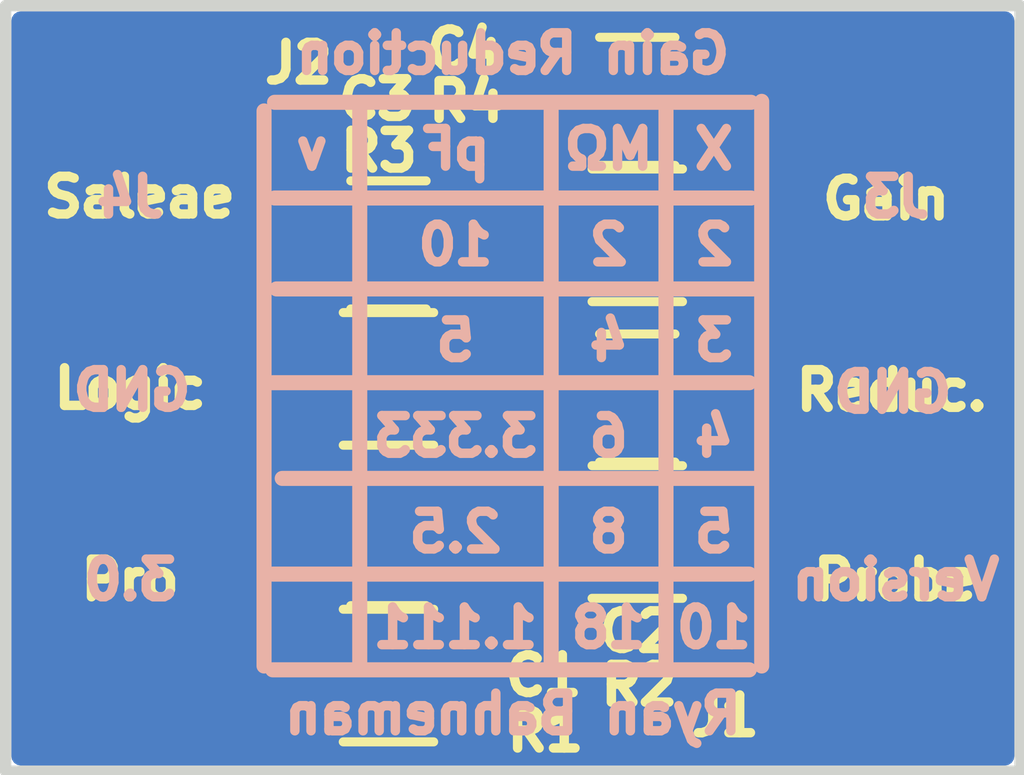
<source format=kicad_pcb>
(kicad_pcb (version 4) (host pcbnew 4.0.7)

  (general
    (links 23)
    (no_connects 0)
    (area 64.440999 78.283999 78.053001 88.594001)
    (thickness 1.6)
    (drawings 47)
    (tracks 47)
    (zones 0)
    (modules 12)
    (nets 11)
  )

  (page A4)
  (layers
    (0 F.Cu signal)
    (31 B.Cu signal)
    (32 B.Adhes user)
    (33 F.Adhes user)
    (34 B.Paste user)
    (35 F.Paste user)
    (36 B.SilkS user)
    (37 F.SilkS user)
    (38 B.Mask user)
    (39 F.Mask user)
    (40 Dwgs.User user)
    (41 Cmts.User user)
    (42 Eco1.User user)
    (43 Eco2.User user)
    (44 Edge.Cuts user)
    (45 Margin user)
    (46 B.CrtYd user)
    (47 F.CrtYd user)
    (48 B.Fab user)
    (49 F.Fab user)
  )

  (setup
    (last_trace_width 0.25)
    (trace_clearance 0.2)
    (zone_clearance 0)
    (zone_45_only yes)
    (trace_min 0.2)
    (segment_width 0.2)
    (edge_width 0.15)
    (via_size 0.6)
    (via_drill 0.4)
    (via_min_size 0.4)
    (via_min_drill 0.3)
    (uvia_size 0.3)
    (uvia_drill 0.1)
    (uvias_allowed no)
    (uvia_min_size 0.2)
    (uvia_min_drill 0.1)
    (pcb_text_width 0.3)
    (pcb_text_size 1.5 1.5)
    (mod_edge_width 0.15)
    (mod_text_size 1 1)
    (mod_text_width 0.15)
    (pad_size 1.524 1.524)
    (pad_drill 0.762)
    (pad_to_mask_clearance 0.2)
    (aux_axis_origin 0 0)
    (visible_elements FFFFFFFF)
    (pcbplotparams
      (layerselection 0x00030_80000001)
      (usegerberextensions false)
      (excludeedgelayer true)
      (linewidth 0.100000)
      (plotframeref false)
      (viasonmask false)
      (mode 1)
      (useauxorigin false)
      (hpglpennumber 1)
      (hpglpenspeed 20)
      (hpglpendiameter 15)
      (hpglpenoverlay 2)
      (psnegative false)
      (psa4output false)
      (plotreference true)
      (plotvalue true)
      (plotinvisibletext false)
      (padsonsilk false)
      (subtractmaskfromsilk false)
      (outputformat 1)
      (mirror false)
      (drillshape 1)
      (scaleselection 1)
      (outputdirectory ""))
  )

  (net 0 "")
  (net 1 "Net-(C1-Pad1)")
  (net 2 "Net-(C1-Pad2)")
  (net 3 "Net-(C2-Pad1)")
  (net 4 "Net-(C3-Pad1)")
  (net 5 "Net-(C4-Pad1)")
  (net 6 "Net-(C2-Pad2)")
  (net 7 "Net-(C3-Pad2)")
  (net 8 "Net-(C4-Pad2)")
  (net 9 /Ground)
  (net 10 "Net-(J3-Pad1)")

  (net_class Default "This is the default net class."
    (clearance 0.2)
    (trace_width 0.25)
    (via_dia 0.6)
    (via_drill 0.4)
    (uvia_dia 0.3)
    (uvia_drill 0.1)
    (add_net "Net-(C1-Pad1)")
    (add_net "Net-(C1-Pad2)")
    (add_net "Net-(C2-Pad1)")
    (add_net "Net-(C2-Pad2)")
    (add_net "Net-(C3-Pad1)")
    (add_net "Net-(C3-Pad2)")
    (add_net "Net-(C4-Pad1)")
    (add_net "Net-(C4-Pad2)")
    (add_net "Net-(J3-Pad1)")
  )

  (module sandwhich:Conn_01x04_Sandwhich_Small (layer B.Cu) (tedit 5ABE3D78) (tstamp 5ABE2060)
    (at 76.327 79.629)
    (path /5A25839D)
    (fp_text reference J3 (at 0 1.27) (layer B.SilkS)
      (effects (font (size 0.5 0.5) (thickness 0.125)) (justify mirror))
    )
    (fp_text value Conn_01x04_Male_Sandwhich (at 0 -3.81) (layer B.Fab) hide
      (effects (font (size 1 1) (thickness 0.15)) (justify mirror))
    )
    (pad 1 smd rect (at 0 0) (size 3 1.2) (layers B.Cu B.Paste B.Mask)
      (net 10 "Net-(J3-Pad1)"))
    (pad 2 smd rect (at 0 2.54) (size 3 1.2) (layers B.Cu B.Paste B.Mask)
      (net 10 "Net-(J3-Pad1)"))
    (pad 3 smd rect (at 0 5.08) (size 3 1.2) (layers B.Cu B.Paste B.Mask)
      (net 10 "Net-(J3-Pad1)"))
    (pad 4 smd rect (at 0 7.62) (size 3 1.2) (layers B.Cu B.Paste B.Mask)
      (net 10 "Net-(J3-Pad1)"))
  )

  (module Capacitors_SMD:C_0805 (layer F.Cu) (tedit 5ABE32CE) (tstamp 59BAF6DF)
    (at 69.596 85.471 180)
    (descr "Capacitor SMD 0805, reflow soldering, AVX (see smccp.pdf)")
    (tags "capacitor 0805")
    (path /59BB016A)
    (attr smd)
    (fp_text reference C1 (at -2.0574 -1.778 180) (layer F.SilkS)
      (effects (font (size 0.5 0.5) (thickness 0.125)))
    )
    (fp_text value 10p (at 0 0 450) (layer F.Fab)
      (effects (font (size 0.5 0.5) (thickness 0.125)))
    )
    (fp_text user %R (at -2.0574 -1.778 180) (layer F.Fab)
      (effects (font (size 0.5 0.5) (thickness 0.125)))
    )
    (fp_line (start -1 0.62) (end -1 -0.62) (layer F.Fab) (width 0.1))
    (fp_line (start 1 0.62) (end -1 0.62) (layer F.Fab) (width 0.1))
    (fp_line (start 1 -0.62) (end 1 0.62) (layer F.Fab) (width 0.1))
    (fp_line (start -1 -0.62) (end 1 -0.62) (layer F.Fab) (width 0.1))
    (fp_line (start 0.5 -0.85) (end -0.5 -0.85) (layer F.SilkS) (width 0.12))
    (fp_line (start -0.5 0.85) (end 0.5 0.85) (layer F.SilkS) (width 0.12))
    (fp_line (start -1.75 -0.88) (end 1.75 -0.88) (layer F.CrtYd) (width 0.05))
    (fp_line (start -1.75 -0.88) (end -1.75 0.87) (layer F.CrtYd) (width 0.05))
    (fp_line (start 1.75 0.87) (end 1.75 -0.88) (layer F.CrtYd) (width 0.05))
    (fp_line (start 1.75 0.87) (end -1.75 0.87) (layer F.CrtYd) (width 0.05))
    (pad 1 smd rect (at -1 0 180) (size 1 1.25) (layers F.Cu F.Paste F.Mask)
      (net 1 "Net-(C1-Pad1)"))
    (pad 2 smd rect (at 1 0 180) (size 1 1.25) (layers F.Cu F.Paste F.Mask)
      (net 2 "Net-(C1-Pad2)"))
    (model Capacitors_SMD.3dshapes/C_0805.wrl
      (at (xyz 0 0 0))
      (scale (xyz 1 1 1))
      (rotate (xyz 0 0 0))
    )
  )

  (module Resistors_SMD:R_0805 (layer F.Cu) (tedit 5ABE32B9) (tstamp 59BAF7D5)
    (at 69.596 87.249)
    (descr "Resistor SMD 0805, reflow soldering, Vishay (see dcrcw.pdf)")
    (tags "resistor 0805")
    (path /59BB0211)
    (attr smd)
    (fp_text reference R1 (at 2.0828 0.7366) (layer F.SilkS)
      (effects (font (size 0.5 0.5) (thickness 0.125)))
    )
    (fp_text value 2M (at 0 0 270) (layer F.Fab)
      (effects (font (size 0.5 0.5) (thickness 0.125)))
    )
    (fp_text user %R (at 2.0828 0.7366) (layer F.Fab)
      (effects (font (size 0.5 0.5) (thickness 0.075)))
    )
    (fp_line (start -1 0.62) (end -1 -0.62) (layer F.Fab) (width 0.1))
    (fp_line (start 1 0.62) (end -1 0.62) (layer F.Fab) (width 0.1))
    (fp_line (start 1 -0.62) (end 1 0.62) (layer F.Fab) (width 0.1))
    (fp_line (start -1 -0.62) (end 1 -0.62) (layer F.Fab) (width 0.1))
    (fp_line (start 0.6 0.88) (end -0.6 0.88) (layer F.SilkS) (width 0.12))
    (fp_line (start -0.6 -0.88) (end 0.6 -0.88) (layer F.SilkS) (width 0.12))
    (fp_line (start -1.55 -0.9) (end 1.55 -0.9) (layer F.CrtYd) (width 0.05))
    (fp_line (start -1.55 -0.9) (end -1.55 0.9) (layer F.CrtYd) (width 0.05))
    (fp_line (start 1.55 0.9) (end 1.55 -0.9) (layer F.CrtYd) (width 0.05))
    (fp_line (start 1.55 0.9) (end -1.55 0.9) (layer F.CrtYd) (width 0.05))
    (pad 1 smd rect (at -0.95 0) (size 0.7 1.3) (layers F.Cu F.Paste F.Mask)
      (net 2 "Net-(C1-Pad2)"))
    (pad 2 smd rect (at 0.95 0) (size 0.7 1.3) (layers F.Cu F.Paste F.Mask)
      (net 1 "Net-(C1-Pad1)"))
    (model ${KISYS3DMOD}/Resistors_SMD.3dshapes/R_0805.wrl
      (at (xyz 0 0 0))
      (scale (xyz 1 1 1))
      (rotate (xyz 0 0 0))
    )
  )

  (module Capacitors_SMD:C_0805 (layer F.Cu) (tedit 5ABE32F1) (tstamp 59BAF6F0)
    (at 72.898 83.566 180)
    (descr "Capacitor SMD 0805, reflow soldering, AVX (see smccp.pdf)")
    (tags "capacitor 0805")
    (path /59BB0135)
    (attr smd)
    (fp_text reference C2 (at 0 -3.0988 180) (layer F.SilkS)
      (effects (font (size 0.5 0.5) (thickness 0.125)))
    )
    (fp_text value 10p (at 0 0 450) (layer F.Fab)
      (effects (font (size 0.5 0.5) (thickness 0.125)))
    )
    (fp_text user %R (at 0 -3.0988 180) (layer F.Fab)
      (effects (font (size 0.5 0.5) (thickness 0.125)))
    )
    (fp_line (start -1 0.62) (end -1 -0.62) (layer F.Fab) (width 0.1))
    (fp_line (start 1 0.62) (end -1 0.62) (layer F.Fab) (width 0.1))
    (fp_line (start 1 -0.62) (end 1 0.62) (layer F.Fab) (width 0.1))
    (fp_line (start -1 -0.62) (end 1 -0.62) (layer F.Fab) (width 0.1))
    (fp_line (start 0.5 -0.85) (end -0.5 -0.85) (layer F.SilkS) (width 0.12))
    (fp_line (start -0.5 0.85) (end 0.5 0.85) (layer F.SilkS) (width 0.12))
    (fp_line (start -1.75 -0.88) (end 1.75 -0.88) (layer F.CrtYd) (width 0.05))
    (fp_line (start -1.75 -0.88) (end -1.75 0.87) (layer F.CrtYd) (width 0.05))
    (fp_line (start 1.75 0.87) (end 1.75 -0.88) (layer F.CrtYd) (width 0.05))
    (fp_line (start 1.75 0.87) (end -1.75 0.87) (layer F.CrtYd) (width 0.05))
    (pad 1 smd rect (at -1 0 180) (size 1 1.25) (layers F.Cu F.Paste F.Mask)
      (net 3 "Net-(C2-Pad1)"))
    (pad 2 smd rect (at 1 0 180) (size 1 1.25) (layers F.Cu F.Paste F.Mask)
      (net 6 "Net-(C2-Pad2)"))
    (model Capacitors_SMD.3dshapes/C_0805.wrl
      (at (xyz 0 0 0))
      (scale (xyz 1 1 1))
      (rotate (xyz 0 0 0))
    )
  )

  (module Capacitors_SMD:C_0805 (layer F.Cu) (tedit 5ABE3282) (tstamp 59BAF701)
    (at 69.596 81.534 180)
    (descr "Capacitor SMD 0805, reflow soldering, AVX (see smccp.pdf)")
    (tags "capacitor 0805")
    (path /59BB0106)
    (attr smd)
    (fp_text reference C3 (at 0.1524 1.9304 180) (layer F.SilkS)
      (effects (font (size 0.5 0.5) (thickness 0.125)))
    )
    (fp_text value 10p (at 0 0 450) (layer F.Fab)
      (effects (font (size 0.5 0.5) (thickness 0.125)))
    )
    (fp_text user %R (at 0.1524 1.9304 180) (layer F.Fab)
      (effects (font (size 0.5 0.5) (thickness 0.125)))
    )
    (fp_line (start -1 0.62) (end -1 -0.62) (layer F.Fab) (width 0.1))
    (fp_line (start 1 0.62) (end -1 0.62) (layer F.Fab) (width 0.1))
    (fp_line (start 1 -0.62) (end 1 0.62) (layer F.Fab) (width 0.1))
    (fp_line (start -1 -0.62) (end 1 -0.62) (layer F.Fab) (width 0.1))
    (fp_line (start 0.5 -0.85) (end -0.5 -0.85) (layer F.SilkS) (width 0.12))
    (fp_line (start -0.5 0.85) (end 0.5 0.85) (layer F.SilkS) (width 0.12))
    (fp_line (start -1.75 -0.88) (end 1.75 -0.88) (layer F.CrtYd) (width 0.05))
    (fp_line (start -1.75 -0.88) (end -1.75 0.87) (layer F.CrtYd) (width 0.05))
    (fp_line (start 1.75 0.87) (end 1.75 -0.88) (layer F.CrtYd) (width 0.05))
    (fp_line (start 1.75 0.87) (end -1.75 0.87) (layer F.CrtYd) (width 0.05))
    (pad 1 smd rect (at -1 0 180) (size 1 1.25) (layers F.Cu F.Paste F.Mask)
      (net 4 "Net-(C3-Pad1)"))
    (pad 2 smd rect (at 1 0 180) (size 1 1.25) (layers F.Cu F.Paste F.Mask)
      (net 7 "Net-(C3-Pad2)"))
    (model Capacitors_SMD.3dshapes/C_0805.wrl
      (at (xyz 0 0 0))
      (scale (xyz 1 1 1))
      (rotate (xyz 0 0 0))
    )
  )

  (module Capacitors_SMD:C_0805 (layer F.Cu) (tedit 5ABE322F) (tstamp 59BAF712)
    (at 72.898 79.629 180)
    (descr "Capacitor SMD 0805, reflow soldering, AVX (see smccp.pdf)")
    (tags "capacitor 0805")
    (path /59BAFFDC)
    (attr smd)
    (fp_text reference C4 (at 2.286 0.6858 180) (layer F.SilkS)
      (effects (font (size 0.5 0.5) (thickness 0.125)))
    )
    (fp_text value 10p (at 0 0 450) (layer F.Fab)
      (effects (font (size 0.5 0.5) (thickness 0.125)))
    )
    (fp_text user %R (at 2.286 0.6858 180) (layer F.Fab)
      (effects (font (size 0.5 0.5) (thickness 0.125)))
    )
    (fp_line (start -1 0.62) (end -1 -0.62) (layer F.Fab) (width 0.1))
    (fp_line (start 1 0.62) (end -1 0.62) (layer F.Fab) (width 0.1))
    (fp_line (start 1 -0.62) (end 1 0.62) (layer F.Fab) (width 0.1))
    (fp_line (start -1 -0.62) (end 1 -0.62) (layer F.Fab) (width 0.1))
    (fp_line (start 0.5 -0.85) (end -0.5 -0.85) (layer F.SilkS) (width 0.12))
    (fp_line (start -0.5 0.85) (end 0.5 0.85) (layer F.SilkS) (width 0.12))
    (fp_line (start -1.75 -0.88) (end 1.75 -0.88) (layer F.CrtYd) (width 0.05))
    (fp_line (start -1.75 -0.88) (end -1.75 0.87) (layer F.CrtYd) (width 0.05))
    (fp_line (start 1.75 0.87) (end 1.75 -0.88) (layer F.CrtYd) (width 0.05))
    (fp_line (start 1.75 0.87) (end -1.75 0.87) (layer F.CrtYd) (width 0.05))
    (pad 1 smd rect (at -1 0 180) (size 1 1.25) (layers F.Cu F.Paste F.Mask)
      (net 5 "Net-(C4-Pad1)"))
    (pad 2 smd rect (at 1 0 180) (size 1 1.25) (layers F.Cu F.Paste F.Mask)
      (net 8 "Net-(C4-Pad2)"))
    (model Capacitors_SMD.3dshapes/C_0805.wrl
      (at (xyz 0 0 0))
      (scale (xyz 1 1 1))
      (rotate (xyz 0 0 0))
    )
  )

  (module Resistors_SMD:R_0805 (layer F.Cu) (tedit 5ABE4198) (tstamp 59BAF7E6)
    (at 72.898 85.344)
    (descr "Resistor SMD 0805, reflow soldering, Vishay (see dcrcw.pdf)")
    (tags "resistor 0805")
    (path /59BB01E1)
    (attr smd)
    (fp_text reference R2 (at 0.0254 2.032) (layer F.SilkS)
      (effects (font (size 0.5 0.5) (thickness 0.125)))
    )
    (fp_text value 2M (at 0 0 270) (layer F.Fab)
      (effects (font (size 0.5 0.5) (thickness 0.125)))
    )
    (fp_text user %R (at 0.0254 2.032) (layer F.Fab)
      (effects (font (size 0.5 0.5) (thickness 0.075)))
    )
    (fp_line (start -1 0.62) (end -1 -0.62) (layer F.Fab) (width 0.1))
    (fp_line (start 1 0.62) (end -1 0.62) (layer F.Fab) (width 0.1))
    (fp_line (start 1 -0.62) (end 1 0.62) (layer F.Fab) (width 0.1))
    (fp_line (start -1 -0.62) (end 1 -0.62) (layer F.Fab) (width 0.1))
    (fp_line (start 0.6 0.88) (end -0.6 0.88) (layer F.SilkS) (width 0.12))
    (fp_line (start -0.6 -0.88) (end 0.6 -0.88) (layer F.SilkS) (width 0.12))
    (fp_line (start -1.55 -0.9) (end 1.55 -0.9) (layer F.CrtYd) (width 0.05))
    (fp_line (start -1.55 -0.9) (end -1.55 0.9) (layer F.CrtYd) (width 0.05))
    (fp_line (start 1.55 0.9) (end 1.55 -0.9) (layer F.CrtYd) (width 0.05))
    (fp_line (start 1.55 0.9) (end -1.55 0.9) (layer F.CrtYd) (width 0.05))
    (pad 1 smd rect (at -0.95 0) (size 0.7 1.3) (layers F.Cu F.Paste F.Mask)
      (net 6 "Net-(C2-Pad2)"))
    (pad 2 smd rect (at 0.95 0) (size 0.7 1.3) (layers F.Cu F.Paste F.Mask)
      (net 3 "Net-(C2-Pad1)"))
    (model ${KISYS3DMOD}/Resistors_SMD.3dshapes/R_0805.wrl
      (at (xyz 0 0 0))
      (scale (xyz 1 1 1))
      (rotate (xyz 0 0 0))
    )
  )

  (module Resistors_SMD:R_0805 (layer F.Cu) (tedit 5ABE3286) (tstamp 59BAF7F7)
    (at 69.596 83.312)
    (descr "Resistor SMD 0805, reflow soldering, Vishay (see dcrcw.pdf)")
    (tags "resistor 0805")
    (path /59BB01A9)
    (attr smd)
    (fp_text reference R3 (at -0.127 -3.0226) (layer F.SilkS)
      (effects (font (size 0.5 0.5) (thickness 0.125)))
    )
    (fp_text value 2M (at 0 0 270) (layer F.Fab)
      (effects (font (size 0.5 0.5) (thickness 0.125)))
    )
    (fp_text user %R (at -0.127 -3.0226) (layer F.Fab)
      (effects (font (size 0.5 0.5) (thickness 0.075)))
    )
    (fp_line (start -1 0.62) (end -1 -0.62) (layer F.Fab) (width 0.1))
    (fp_line (start 1 0.62) (end -1 0.62) (layer F.Fab) (width 0.1))
    (fp_line (start 1 -0.62) (end 1 0.62) (layer F.Fab) (width 0.1))
    (fp_line (start -1 -0.62) (end 1 -0.62) (layer F.Fab) (width 0.1))
    (fp_line (start 0.6 0.88) (end -0.6 0.88) (layer F.SilkS) (width 0.12))
    (fp_line (start -0.6 -0.88) (end 0.6 -0.88) (layer F.SilkS) (width 0.12))
    (fp_line (start -1.55 -0.9) (end 1.55 -0.9) (layer F.CrtYd) (width 0.05))
    (fp_line (start -1.55 -0.9) (end -1.55 0.9) (layer F.CrtYd) (width 0.05))
    (fp_line (start 1.55 0.9) (end 1.55 -0.9) (layer F.CrtYd) (width 0.05))
    (fp_line (start 1.55 0.9) (end -1.55 0.9) (layer F.CrtYd) (width 0.05))
    (pad 1 smd rect (at -0.95 0) (size 0.7 1.3) (layers F.Cu F.Paste F.Mask)
      (net 7 "Net-(C3-Pad2)"))
    (pad 2 smd rect (at 0.95 0) (size 0.7 1.3) (layers F.Cu F.Paste F.Mask)
      (net 4 "Net-(C3-Pad1)"))
    (model ${KISYS3DMOD}/Resistors_SMD.3dshapes/R_0805.wrl
      (at (xyz 0 0 0))
      (scale (xyz 1 1 1))
      (rotate (xyz 0 0 0))
    )
  )

  (module Resistors_SMD:R_0805 (layer F.Cu) (tedit 5ABE3249) (tstamp 59BAF808)
    (at 72.898 81.407)
    (descr "Resistor SMD 0805, reflow soldering, Vishay (see dcrcw.pdf)")
    (tags "resistor 0805")
    (path /59BAFF6F)
    (attr smd)
    (fp_text reference R4 (at -2.2606 -1.778) (layer F.SilkS)
      (effects (font (size 0.5 0.5) (thickness 0.125)))
    )
    (fp_text value 2M (at 0 0 270) (layer F.Fab)
      (effects (font (size 0.5 0.5) (thickness 0.125)))
    )
    (fp_text user %R (at -2.2606 -1.778) (layer F.Fab)
      (effects (font (size 0.5 0.5) (thickness 0.075)))
    )
    (fp_line (start -1 0.62) (end -1 -0.62) (layer F.Fab) (width 0.1))
    (fp_line (start 1 0.62) (end -1 0.62) (layer F.Fab) (width 0.1))
    (fp_line (start 1 -0.62) (end 1 0.62) (layer F.Fab) (width 0.1))
    (fp_line (start -1 -0.62) (end 1 -0.62) (layer F.Fab) (width 0.1))
    (fp_line (start 0.6 0.88) (end -0.6 0.88) (layer F.SilkS) (width 0.12))
    (fp_line (start -0.6 -0.88) (end 0.6 -0.88) (layer F.SilkS) (width 0.12))
    (fp_line (start -1.55 -0.9) (end 1.55 -0.9) (layer F.CrtYd) (width 0.05))
    (fp_line (start -1.55 -0.9) (end -1.55 0.9) (layer F.CrtYd) (width 0.05))
    (fp_line (start 1.55 0.9) (end 1.55 -0.9) (layer F.CrtYd) (width 0.05))
    (fp_line (start 1.55 0.9) (end -1.55 0.9) (layer F.CrtYd) (width 0.05))
    (pad 1 smd rect (at -0.95 0) (size 0.7 1.3) (layers F.Cu F.Paste F.Mask)
      (net 8 "Net-(C4-Pad2)"))
    (pad 2 smd rect (at 0.95 0) (size 0.7 1.3) (layers F.Cu F.Paste F.Mask)
      (net 5 "Net-(C4-Pad1)"))
    (model ${KISYS3DMOD}/Resistors_SMD.3dshapes/R_0805.wrl
      (at (xyz 0 0 0))
      (scale (xyz 1 1 1))
      (rotate (xyz 0 0 0))
    )
  )

  (module sandwhich:Conn_01x04_Sandwhich_Small (layer F.Cu) (tedit 5ABE32FA) (tstamp 5ABE2052)
    (at 76.327 87.249)
    (path /5A254598)
    (fp_text reference J1 (at -2.2606 0.5334) (layer F.SilkS)
      (effects (font (size 0.5 0.5) (thickness 0.125)))
    )
    (fp_text value Conn_01x04_Male_Sandwhich (at 0 3.81) (layer F.Fab) hide
      (effects (font (size 1 1) (thickness 0.15)))
    )
    (pad 1 smd rect (at 0 0) (size 3 1.2) (layers F.Cu F.Paste F.Mask)
      (net 1 "Net-(C1-Pad1)"))
    (pad 2 smd rect (at 0 -2.54) (size 3 1.2) (layers F.Cu F.Paste F.Mask)
      (net 3 "Net-(C2-Pad1)"))
    (pad 3 smd rect (at 0 -5.08) (size 3 1.2) (layers F.Cu F.Paste F.Mask)
      (net 4 "Net-(C3-Pad1)"))
    (pad 4 smd rect (at 0 -7.62) (size 3 1.2) (layers F.Cu F.Paste F.Mask)
      (net 5 "Net-(C4-Pad1)"))
  )

  (module sandwhich:Conn_01x04_Sandwhich_Small (layer F.Cu) (tedit 5ABE32A2) (tstamp 5ABE2059)
    (at 66.167 79.629 180)
    (path /5A2552C8)
    (fp_text reference J2 (at -2.2352 0.508 180) (layer F.SilkS)
      (effects (font (size 0.5 0.5) (thickness 0.125)))
    )
    (fp_text value Conn_01x04_Male_Sandwhich (at 0 3.81 180) (layer F.Fab) hide
      (effects (font (size 1 1) (thickness 0.15)))
    )
    (pad 1 smd rect (at 0 0 180) (size 3 1.2) (layers F.Cu F.Paste F.Mask)
      (net 8 "Net-(C4-Pad2)"))
    (pad 2 smd rect (at 0 -2.54 180) (size 3 1.2) (layers F.Cu F.Paste F.Mask)
      (net 7 "Net-(C3-Pad2)"))
    (pad 3 smd rect (at 0 -5.08 180) (size 3 1.2) (layers F.Cu F.Paste F.Mask)
      (net 6 "Net-(C2-Pad2)"))
    (pad 4 smd rect (at 0 -7.62 180) (size 3 1.2) (layers F.Cu F.Paste F.Mask)
      (net 2 "Net-(C1-Pad2)"))
  )

  (module sandwhich:Conn_01x04_Sandwhich_Small (layer B.Cu) (tedit 5ABE3D74) (tstamp 5ABE2067)
    (at 66.167 79.629)
    (path /5A258331)
    (fp_text reference J4 (at 0 1.27) (layer B.SilkS)
      (effects (font (size 0.5 0.5) (thickness 0.125)) (justify mirror))
    )
    (fp_text value Conn_01x04_Male_Sandwhich (at 0 -3.81) (layer B.Fab) hide
      (effects (font (size 1 1) (thickness 0.15)) (justify mirror))
    )
    (pad 1 smd rect (at 0 0) (size 3 1.2) (layers B.Cu B.Paste B.Mask)
      (net 10 "Net-(J3-Pad1)"))
    (pad 2 smd rect (at 0 2.54) (size 3 1.2) (layers B.Cu B.Paste B.Mask)
      (net 10 "Net-(J3-Pad1)"))
    (pad 3 smd rect (at 0 5.08) (size 3 1.2) (layers B.Cu B.Paste B.Mask)
      (net 10 "Net-(J3-Pad1)"))
    (pad 4 smd rect (at 0 7.62) (size 3 1.2) (layers B.Cu B.Paste B.Mask)
      (net 10 "Net-(J3-Pad1)"))
  )

  (gr_text GND (at 76.2889 83.4898) (layer B.SilkS) (tstamp 5ABE46AC)
    (effects (font (size 0.5 0.5) (thickness 0.125)) (justify mirror))
  )
  (gr_text GND (at 66.1924 83.4644) (layer B.SilkS) (tstamp 5ABE4603)
    (effects (font (size 0.5 0.5) (thickness 0.125)) (justify mirror))
  )
  (gr_text 3.0 (at 66.167 85.979) (layer B.SilkS) (tstamp 5ABE3D85)
    (effects (font (size 0.5 0.5) (thickness 0.125)) (justify mirror))
  )
  (gr_text Version (at 76.327 85.979) (layer B.SilkS) (tstamp 5ABE3C9B)
    (effects (font (size 0.5 0.5) (thickness 0.125)) (justify mirror))
  )
  (gr_text 1.111 (at 70.485 86.614) (layer B.SilkS) (tstamp 5ABE3B35)
    (effects (font (size 0.5 0.5) (thickness 0.125)) (justify mirror))
  )
  (gr_text 2.5 (at 70.485 85.344) (layer B.SilkS) (tstamp 5ABE3A78)
    (effects (font (size 0.5 0.5) (thickness 0.125)) (justify mirror))
  )
  (gr_text 3.333 (at 70.485 84.074) (layer B.SilkS) (tstamp 5ABE3A5A)
    (effects (font (size 0.5 0.5) (thickness 0.125)) (justify mirror))
  )
  (gr_line (start 67.945 87.122) (end 67.945 79.756) (angle 90) (layer B.SilkS) (width 0.2) (tstamp 5ABE39FB))
  (gr_text 18 (at 72.517 86.614) (layer B.SilkS) (tstamp 5ABE39A9)
    (effects (font (size 0.5 0.5) (thickness 0.125)) (justify mirror))
  )
  (gr_text 8 (at 72.517 85.344) (layer B.SilkS) (tstamp 5ABE39A6)
    (effects (font (size 0.5 0.5) (thickness 0.125)) (justify mirror))
  )
  (gr_text 6 (at 72.517 84.074) (layer B.SilkS) (tstamp 5ABE39A1)
    (effects (font (size 0.5 0.5) (thickness 0.125)) (justify mirror))
  )
  (gr_line (start 69.215 87.122) (end 69.215 79.756) (angle 90) (layer B.SilkS) (width 0.2) (tstamp 5ABE3991))
  (gr_line (start 73.279 87.122) (end 73.279 79.756) (angle 90) (layer B.SilkS) (width 0.2) (tstamp 5ABE398D))
  (gr_line (start 71.755 87.122) (end 71.755 79.756) (angle 90) (layer B.SilkS) (width 0.2))
  (gr_line (start 74.3839 87.1728) (end 68.0593 87.1728) (angle 90) (layer B.SilkS) (width 0.2) (tstamp 5ABE38AB))
  (gr_line (start 74.549 79.629) (end 74.549 87.122) (angle 90) (layer B.SilkS) (width 0.2))
  (gr_text 10 (at 73.914 86.614) (layer B.SilkS) (tstamp 5ABE37E9)
    (effects (font (size 0.5 0.5) (thickness 0.125)) (justify mirror))
  )
  (gr_line (start 74.3839 85.9028) (end 68.0593 85.9028) (angle 90) (layer B.SilkS) (width 0.2) (tstamp 5ABE37DB))
  (gr_line (start 74.5109 84.6328) (end 68.1863 84.6328) (angle 90) (layer B.SilkS) (width 0.2) (tstamp 5ABE37D4))
  (gr_line (start 74.3839 83.3628) (end 68.0593 83.3628) (angle 90) (layer B.SilkS) (width 0.2) (tstamp 5ABE379F))
  (gr_text 5 (at 73.914 85.344) (layer B.SilkS) (tstamp 5ABE3799)
    (effects (font (size 0.5 0.5) (thickness 0.125)) (justify mirror))
  )
  (gr_text 4 (at 73.914 84.074) (layer B.SilkS) (tstamp 5ABE3797)
    (effects (font (size 0.5 0.5) (thickness 0.125)) (justify mirror))
  )
  (gr_text 5 (at 70.485 82.804) (layer B.SilkS) (tstamp 5ABE374E)
    (effects (font (size 0.5 0.5) (thickness 0.125)) (justify mirror))
  )
  (gr_text 3 (at 73.914 82.804) (layer B.SilkS) (tstamp 5ABE372D)
    (effects (font (size 0.5 0.5) (thickness 0.125)) (justify mirror))
  )
  (gr_text 4 (at 72.517 82.804) (layer B.SilkS)
    (effects (font (size 0.5 0.5) (thickness 0.125)) (justify mirror))
  )
  (gr_text 10 (at 70.485 81.534) (layer B.SilkS)
    (effects (font (size 0.5 0.5) (thickness 0.125)) (justify mirror))
  )
  (gr_text 2 (at 72.517 81.534) (layer B.SilkS)
    (effects (font (size 0.5 0.5) (thickness 0.125)) (justify mirror))
  )
  (gr_line (start 74.4093 79.6417) (end 68.0847 79.6417) (angle 90) (layer B.SilkS) (width 0.2) (tstamp 5ABE36AC))
  (gr_line (start 74.4093 80.9117) (end 68.0847 80.9117) (angle 90) (layer B.SilkS) (width 0.2) (tstamp 5ABE3655))
  (gr_text 2 (at 73.914 81.534) (layer B.SilkS)
    (effects (font (size 0.5 0.5) (thickness 0.125)) (justify mirror))
  )
  (gr_text v (at 68.58 80.264) (layer B.SilkS)
    (effects (font (size 0.5 0.5) (thickness 0.125)) (justify mirror))
  )
  (gr_line (start 74.4347 82.1182) (end 68.1101 82.1182) (angle 90) (layer B.SilkS) (width 0.2))
  (gr_text X (at 73.914 80.264) (layer B.SilkS)
    (effects (font (size 0.5 0.5) (thickness 0.125)) (justify mirror))
  )
  (gr_text pF (at 70.485 80.264) (layer B.SilkS)
    (effects (font (size 0.5 0.5) (thickness 0.125)) (justify mirror))
  )
  (gr_text MΩ (at 72.517 80.264) (layer B.SilkS)
    (effects (font (size 0.5 0.5) (thickness 0.125)) (justify mirror))
  )
  (gr_text Reduc. (at 76.2762 83.4644) (layer F.SilkS)
    (effects (font (size 0.5 0.5) (thickness 0.125)))
  )
  (gr_text Probe (at 76.327 85.979) (layer F.SilkS)
    (effects (font (size 0.5 0.5) (thickness 0.125)))
  )
  (gr_text Saleae (at 66.294 80.899) (layer F.SilkS)
    (effects (font (size 0.5 0.5) (thickness 0.125)))
  )
  (gr_text "Pro\n" (at 66.167 85.979) (layer F.SilkS)
    (effects (font (size 0.5 0.5) (thickness 0.125)))
  )
  (gr_text "Gain Reduction" (at 71.247 78.994) (layer B.SilkS)
    (effects (font (size 0.5 0.5) (thickness 0.125)) (justify mirror))
  )
  (gr_text Gain (at 76.2 80.9244) (layer F.SilkS)
    (effects (font (size 0.5 0.5) (thickness 0.125)))
  )
  (gr_text "Ryan Bahneman" (at 71.247 87.757) (layer B.SilkS)
    (effects (font (size 0.5 0.5) (thickness 0.125)) (justify mirror))
  )
  (gr_text "Logic\n" (at 66.167 83.439) (layer F.SilkS)
    (effects (font (size 0.5 0.5) (thickness 0.125)))
  )
  (gr_line (start 64.516 88.519) (end 64.516 78.359) (angle 90) (layer Edge.Cuts) (width 0.15))
  (gr_line (start 77.978 88.519) (end 64.516 88.519) (angle 90) (layer Edge.Cuts) (width 0.15))
  (gr_line (start 64.516 78.359) (end 77.978 78.359) (angle 90) (layer Edge.Cuts) (width 0.15))
  (gr_line (start 77.978 78.359) (end 77.978 88.519) (angle 90) (layer Edge.Cuts) (width 0.15))

  (segment (start 70.546 87.249) (end 76.327 87.249) (width 0.25) (layer F.Cu) (net 1) (status 30))
  (segment (start 70.596 85.471) (end 70.596 87.199) (width 0.25) (layer F.Cu) (net 1) (status 30))
  (segment (start 70.596 87.199) (end 70.546 87.249) (width 0.25) (layer F.Cu) (net 1) (tstamp 5ABE2D99) (status 30))
  (segment (start 70.739 87.249) (end 70.805 87.249) (width 0.25) (layer F.Cu) (net 1) (status 30))
  (segment (start 70.739 87.249) (end 70.755 87.249) (width 0.25) (layer F.Cu) (net 1) (tstamp 5A256108) (status 30))
  (segment (start 68.646 87.249) (end 68.646 85.521) (width 0.25) (layer F.Cu) (net 2) (status 30))
  (segment (start 68.646 85.521) (end 68.596 85.471) (width 0.25) (layer F.Cu) (net 2) (tstamp 5ABE2D96) (status 30))
  (segment (start 66.167 87.249) (end 68.646 87.249) (width 0.25) (layer F.Cu) (net 2) (status 30))
  (segment (start 73.898 84.455) (end 76.073 84.455) (width 0.25) (layer F.Cu) (net 3))
  (segment (start 76.073 84.455) (end 76.327 84.709) (width 0.25) (layer F.Cu) (net 3) (tstamp 5ABE2FE8))
  (segment (start 73.898 83.566) (end 73.898 84.455) (width 0.25) (layer F.Cu) (net 3))
  (segment (start 73.898 84.455) (end 73.898 85.294) (width 0.25) (layer F.Cu) (net 3) (tstamp 5ABE2FE6))
  (segment (start 73.898 85.294) (end 73.848 85.344) (width 0.25) (layer F.Cu) (net 3) (tstamp 5ABE2FE3))
  (segment (start 76.327 84.709) (end 74.9554 84.7852) (width 0.25) (layer F.Cu) (net 3) (status 30))
  (segment (start 76.327 84.709) (end 75.041 84.709) (width 0.25) (layer F.Cu) (net 3) (status 30))
  (segment (start 75.184 84.709) (end 75.25 84.709) (width 0.25) (layer F.Cu) (net 3) (status 30))
  (segment (start 75.184 84.709) (end 75.2 84.709) (width 0.25) (layer F.Cu) (net 3) (tstamp 5A2560F8) (status 30))
  (segment (start 76.327 82.169) (end 75.1332 82.169) (width 0.25) (layer F.Cu) (net 4))
  (segment (start 75.1332 82.169) (end 74.803 82.4992) (width 0.25) (layer F.Cu) (net 4) (tstamp 5ABE2FCF))
  (segment (start 74.803 82.4992) (end 70.546 82.4992) (width 0.25) (layer F.Cu) (net 4) (tstamp 5ABE2FD4))
  (segment (start 70.546 83.312) (end 70.546 82.4992) (width 0.25) (layer F.Cu) (net 4))
  (segment (start 70.546 82.4992) (end 70.546 81.584) (width 0.25) (layer F.Cu) (net 4) (tstamp 5ABE2FDD))
  (segment (start 70.546 81.584) (end 70.596 81.534) (width 0.25) (layer F.Cu) (net 4) (tstamp 5ABE2FCA))
  (segment (start 76.327 82.169) (end 75.0824 82.169) (width 0.25) (layer F.Cu) (net 4) (status 30))
  (segment (start 73.848 81.407) (end 73.848 79.679) (width 0.25) (layer F.Cu) (net 5) (status 30))
  (segment (start 73.848 79.679) (end 73.898 79.629) (width 0.25) (layer F.Cu) (net 5) (tstamp 5ABE2D7F) (status 30))
  (segment (start 76.327 79.629) (end 73.898 79.629) (width 0.25) (layer F.Cu) (net 5) (status 30))
  (segment (start 75.2 79.629) (end 75.25 79.629) (width 0.25) (layer F.Cu) (net 5) (status 30))
  (segment (start 66.167 84.709) (end 67.4116 84.709) (width 0.25) (layer F.Cu) (net 6))
  (segment (start 67.4116 84.709) (end 67.3227 84.4169) (width 0.25) (layer F.Cu) (net 6) (tstamp 5ABE2FF5))
  (segment (start 67.3227 84.4169) (end 71.898 84.4042) (width 0.25) (layer F.Cu) (net 6) (tstamp 5ABE2FF9))
  (segment (start 71.898 83.566) (end 71.898 84.4042) (width 0.25) (layer F.Cu) (net 6))
  (segment (start 71.898 84.4042) (end 71.898 85.294) (width 0.25) (layer F.Cu) (net 6) (tstamp 5ABE3001))
  (segment (start 71.898 85.294) (end 71.948 85.344) (width 0.25) (layer F.Cu) (net 6) (tstamp 5ABE2FE0))
  (segment (start 71.948 85.344) (end 71.948 85.0544) (width 0.25) (layer F.Cu) (net 6) (status 30))
  (segment (start 68.646 82.4103) (end 66.4083 82.4103) (width 0.25) (layer F.Cu) (net 7))
  (segment (start 66.4083 82.4103) (end 66.167 82.169) (width 0.25) (layer F.Cu) (net 7) (tstamp 5ABE4892))
  (segment (start 68.646 83.312) (end 68.646 82.4103) (width 0.25) (layer F.Cu) (net 7))
  (segment (start 68.646 82.4103) (end 68.646 81.584) (width 0.25) (layer F.Cu) (net 7) (tstamp 5ABE4890))
  (segment (start 68.646 81.584) (end 68.596 81.534) (width 0.25) (layer F.Cu) (net 7) (tstamp 5ABE2FC7))
  (segment (start 67.2211 82.3087) (end 66.167 82.169) (width 0.25) (layer F.Cu) (net 7) (tstamp 5ABE2D2E) (status 30))
  (segment (start 68.646 83.312) (end 68.646 83.2002) (width 0.25) (layer F.Cu) (net 7) (status 30))
  (segment (start 67.2465 82.3087) (end 66.167 82.169) (width 0.25) (layer F.Cu) (net 7) (tstamp 5ABE2D16) (status 30))
  (segment (start 66.167 79.629) (end 71.898 79.629) (width 0.25) (layer F.Cu) (net 8) (status 30))
  (segment (start 71.948 81.407) (end 71.948 79.679) (width 0.25) (layer F.Cu) (net 8) (status 30))
  (segment (start 71.948 79.679) (end 71.898 79.629) (width 0.25) (layer F.Cu) (net 8) (tstamp 5ABE2D83) (status 30))
  (segment (start 66.167 79.629) (end 66.167 80.137) (width 0.25) (layer B.Cu) (net 10) (status 30))

  (zone (net 10) (net_name "Net-(J3-Pad1)") (layer B.Cu) (tstamp 5ABE3030) (hatch edge 0.508)
    (connect_pads yes (clearance 0))
    (min_thickness 0.254)
    (fill yes (arc_segments 16) (thermal_gap 0.1) (thermal_bridge_width 0.508))
    (polygon
      (pts
        (xy 77.9272 78.359) (xy 77.9272 88.4936) (xy 64.516 88.4936) (xy 64.516 78.359)
      )
    )
    (filled_polygon
      (pts
        (xy 77.776 88.317) (xy 64.718 88.317) (xy 64.718 78.561) (xy 77.776 78.561)
      )
    )
  )
  (zone (net 9) (net_name /Ground) (layer B.Cu) (tstamp 5ABE3052) (hatch edge 0.508)
    (connect_pads (clearance 0.254))
    (min_thickness 0.254)
    (fill yes (arc_segments 16) (thermal_gap 0.75) (thermal_bridge_width 0.508))
    (polygon
      (pts
        (xy 64.5668 78.3336) (xy 64.516 78.359) (xy 64.516 78.3336)
      )
    )
  )
)

</source>
